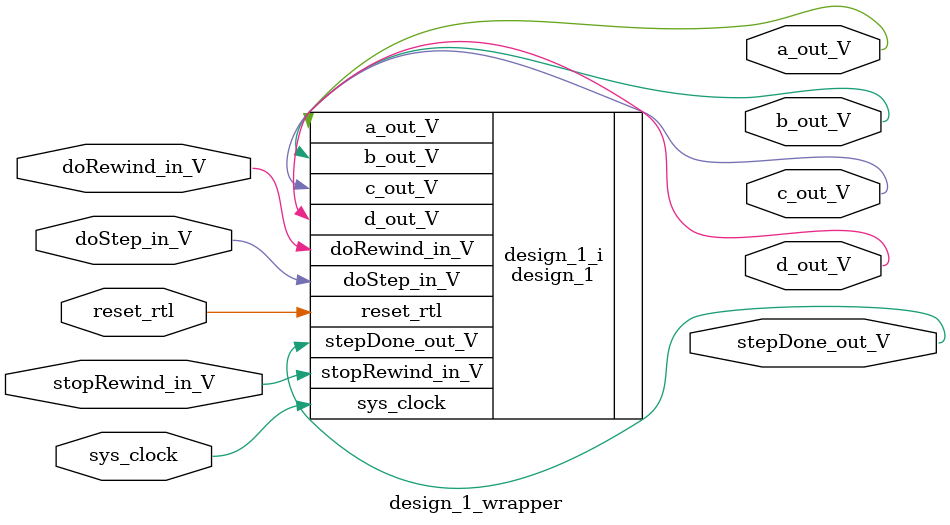
<source format=v>
`timescale 1 ps / 1 ps

module design_1_wrapper
   (a_out_V,
    b_out_V,
    c_out_V,
    d_out_V,
    doRewind_in_V,
    doStep_in_V,
    reset_rtl,
    stepDone_out_V,
    stopRewind_in_V,
    sys_clock);
  output [0:0]a_out_V;
  output [0:0]b_out_V;
  output [0:0]c_out_V;
  output [0:0]d_out_V;
  input [0:0]doRewind_in_V;
  input [0:0]doStep_in_V;
  input reset_rtl;
  output [0:0]stepDone_out_V;
  input [0:0]stopRewind_in_V;
  input sys_clock;

  wire [0:0]a_out_V;
  wire [0:0]b_out_V;
  wire [0:0]c_out_V;
  wire [0:0]d_out_V;
  wire [0:0]doRewind_in_V;
  wire [0:0]doStep_in_V;
  wire reset_rtl;
  wire [0:0]stepDone_out_V;
  wire [0:0]stopRewind_in_V;
  wire sys_clock;

design_1 design_1_i
       (.a_out_V(a_out_V),
        .b_out_V(b_out_V),
        .c_out_V(c_out_V),
        .d_out_V(d_out_V),
        .doRewind_in_V(doRewind_in_V),
        .doStep_in_V(doStep_in_V),
        .reset_rtl(reset_rtl),
        .stepDone_out_V(stepDone_out_V),
        .stopRewind_in_V(stopRewind_in_V),
        .sys_clock(sys_clock));
endmodule

</source>
